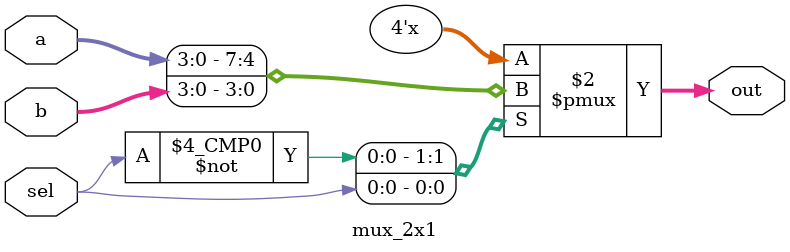
<source format=v>

module mux_2x1(input [3:0]a,b,input sel,output reg [3:0] out);

always@( a or b or sel)
case(sel)
 0 :  out = a;
 1 :  out = b;
 endcase

endmodule

</source>
